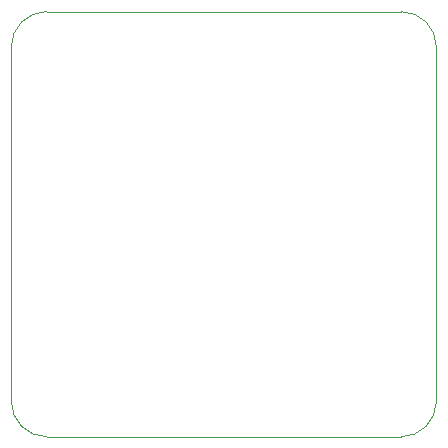
<source format=gm1>
%TF.GenerationSoftware,KiCad,Pcbnew,7.0.1-0*%
%TF.CreationDate,2023-04-01T23:00:14-04:00*%
%TF.ProjectId,Turbidometer,54757262-6964-46f6-9d65-7465722e6b69,rev?*%
%TF.SameCoordinates,Original*%
%TF.FileFunction,Profile,NP*%
%FSLAX46Y46*%
G04 Gerber Fmt 4.6, Leading zero omitted, Abs format (unit mm)*
G04 Created by KiCad (PCBNEW 7.0.1-0) date 2023-04-01 23:00:14*
%MOMM*%
%LPD*%
G01*
G04 APERTURE LIST*
%TA.AperFunction,Profile*%
%ADD10C,0.100000*%
%TD*%
G04 APERTURE END LIST*
D10*
X87000000Y-47500000D02*
X87000000Y-77500000D01*
X87000000Y-77500000D02*
G75*
G03*
X90000000Y-80500000I3000000J0D01*
G01*
X123000000Y-77500000D02*
X123000000Y-47500000D01*
X90000000Y-80500000D02*
X120000000Y-80500000D01*
X90000000Y-44500000D02*
G75*
G03*
X87000000Y-47500000I0J-3000000D01*
G01*
X120000000Y-44500000D02*
X90000000Y-44500000D01*
X123000000Y-47500000D02*
G75*
G03*
X120000000Y-44500000I-3000000J0D01*
G01*
X120000000Y-80500000D02*
G75*
G03*
X123000000Y-77500000I0J3000000D01*
G01*
M02*

</source>
